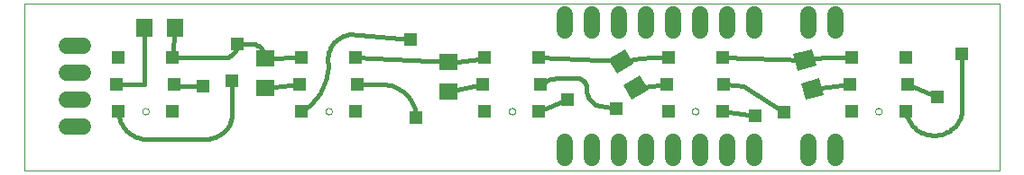
<source format=gbl>
G75*
%MOIN*%
%OFA0B0*%
%FSLAX24Y24*%
%IPPOS*%
%LPD*%
%AMOC8*
5,1,8,0,0,1.08239X$1,22.5*
%
%ADD10C,0.0000*%
%ADD11R,0.0515X0.0515*%
%ADD12C,0.0600*%
%ADD13R,0.0630X0.0710*%
%ADD14R,0.0710X0.0630*%
%ADD15R,0.0472X0.0472*%
%ADD16C,0.0160*%
D10*
X000100Y000123D02*
X000100Y006331D01*
X036124Y006331D01*
X036124Y000123D01*
X000100Y000123D01*
X004451Y002335D02*
X004453Y002356D01*
X004459Y002376D01*
X004468Y002396D01*
X004480Y002413D01*
X004495Y002427D01*
X004513Y002439D01*
X004533Y002447D01*
X004553Y002452D01*
X004574Y002453D01*
X004595Y002450D01*
X004615Y002444D01*
X004634Y002433D01*
X004651Y002420D01*
X004664Y002404D01*
X004675Y002386D01*
X004683Y002366D01*
X004687Y002346D01*
X004687Y002324D01*
X004683Y002304D01*
X004675Y002284D01*
X004664Y002266D01*
X004651Y002250D01*
X004634Y002237D01*
X004615Y002226D01*
X004595Y002220D01*
X004574Y002217D01*
X004553Y002218D01*
X004533Y002223D01*
X004513Y002231D01*
X004495Y002243D01*
X004480Y002257D01*
X004468Y002274D01*
X004459Y002294D01*
X004453Y002314D01*
X004451Y002335D01*
X011222Y002335D02*
X011224Y002356D01*
X011230Y002376D01*
X011239Y002396D01*
X011251Y002413D01*
X011266Y002427D01*
X011284Y002439D01*
X011304Y002447D01*
X011324Y002452D01*
X011345Y002453D01*
X011366Y002450D01*
X011386Y002444D01*
X011405Y002433D01*
X011422Y002420D01*
X011435Y002404D01*
X011446Y002386D01*
X011454Y002366D01*
X011458Y002346D01*
X011458Y002324D01*
X011454Y002304D01*
X011446Y002284D01*
X011435Y002266D01*
X011422Y002250D01*
X011405Y002237D01*
X011386Y002226D01*
X011366Y002220D01*
X011345Y002217D01*
X011324Y002218D01*
X011304Y002223D01*
X011284Y002231D01*
X011266Y002243D01*
X011251Y002257D01*
X011239Y002274D01*
X011230Y002294D01*
X011224Y002314D01*
X011222Y002335D01*
X017994Y002335D02*
X017996Y002356D01*
X018002Y002376D01*
X018011Y002396D01*
X018023Y002413D01*
X018038Y002427D01*
X018056Y002439D01*
X018076Y002447D01*
X018096Y002452D01*
X018117Y002453D01*
X018138Y002450D01*
X018158Y002444D01*
X018177Y002433D01*
X018194Y002420D01*
X018207Y002404D01*
X018218Y002386D01*
X018226Y002366D01*
X018230Y002346D01*
X018230Y002324D01*
X018226Y002304D01*
X018218Y002284D01*
X018207Y002266D01*
X018194Y002250D01*
X018177Y002237D01*
X018158Y002226D01*
X018138Y002220D01*
X018117Y002217D01*
X018096Y002218D01*
X018076Y002223D01*
X018056Y002231D01*
X018038Y002243D01*
X018023Y002257D01*
X018011Y002274D01*
X018002Y002294D01*
X017996Y002314D01*
X017994Y002335D01*
X024765Y002335D02*
X024767Y002356D01*
X024773Y002376D01*
X024782Y002396D01*
X024794Y002413D01*
X024809Y002427D01*
X024827Y002439D01*
X024847Y002447D01*
X024867Y002452D01*
X024888Y002453D01*
X024909Y002450D01*
X024929Y002444D01*
X024948Y002433D01*
X024965Y002420D01*
X024978Y002404D01*
X024989Y002386D01*
X024997Y002366D01*
X025001Y002346D01*
X025001Y002324D01*
X024997Y002304D01*
X024989Y002284D01*
X024978Y002266D01*
X024965Y002250D01*
X024948Y002237D01*
X024929Y002226D01*
X024909Y002220D01*
X024888Y002217D01*
X024867Y002218D01*
X024847Y002223D01*
X024827Y002231D01*
X024809Y002243D01*
X024794Y002257D01*
X024782Y002274D01*
X024773Y002294D01*
X024767Y002314D01*
X024765Y002335D01*
X031537Y002335D02*
X031539Y002356D01*
X031545Y002376D01*
X031554Y002396D01*
X031566Y002413D01*
X031581Y002427D01*
X031599Y002439D01*
X031619Y002447D01*
X031639Y002452D01*
X031660Y002453D01*
X031681Y002450D01*
X031701Y002444D01*
X031720Y002433D01*
X031737Y002420D01*
X031750Y002404D01*
X031761Y002386D01*
X031769Y002366D01*
X031773Y002346D01*
X031773Y002324D01*
X031769Y002304D01*
X031761Y002284D01*
X031750Y002266D01*
X031737Y002250D01*
X031720Y002237D01*
X031701Y002226D01*
X031681Y002220D01*
X031660Y002217D01*
X031639Y002218D01*
X031619Y002223D01*
X031599Y002231D01*
X031581Y002243D01*
X031566Y002257D01*
X031554Y002274D01*
X031545Y002294D01*
X031539Y002314D01*
X031537Y002335D01*
D11*
X030655Y002335D03*
X032655Y002335D03*
X032718Y003335D03*
X030592Y003335D03*
X025946Y003335D03*
X023820Y003335D03*
X019175Y003335D03*
X017049Y003335D03*
X012403Y003335D03*
X010277Y003335D03*
X005631Y003335D03*
X003506Y003335D03*
X003569Y004335D03*
X005569Y004335D03*
X010340Y004335D03*
X012340Y004335D03*
X017112Y004335D03*
X019112Y004335D03*
X023883Y004335D03*
X025883Y004335D03*
X030655Y004335D03*
X032655Y004335D03*
X025883Y002335D03*
X023883Y002335D03*
X019112Y002335D03*
X017112Y002335D03*
X012340Y002335D03*
X010340Y002335D03*
X005569Y002335D03*
X003569Y002335D03*
D12*
X002270Y002772D02*
X001670Y002772D01*
X001670Y001772D02*
X002270Y001772D01*
X002270Y003772D02*
X001670Y003772D01*
X001670Y004772D02*
X002270Y004772D01*
X020074Y005323D02*
X020074Y005923D01*
X021074Y005923D02*
X021074Y005323D01*
X022074Y005323D02*
X022074Y005923D01*
X023074Y005923D02*
X023074Y005323D01*
X024074Y005323D02*
X024074Y005923D01*
X025074Y005923D02*
X025074Y005323D01*
X026074Y005323D02*
X026074Y005923D01*
X027074Y005923D02*
X027074Y005323D01*
X029074Y005323D02*
X029074Y005923D01*
X030074Y005923D02*
X030074Y005323D01*
X030074Y001210D02*
X030074Y000610D01*
X029074Y000610D02*
X029074Y001210D01*
X027074Y001210D02*
X027074Y000610D01*
X026074Y000610D02*
X026074Y001210D01*
X025074Y001210D02*
X025074Y000610D01*
X024074Y000610D02*
X024074Y001210D01*
X023074Y001210D02*
X023074Y000610D01*
X022074Y000610D02*
X022074Y001210D01*
X021074Y001210D02*
X021074Y000610D01*
X020074Y000610D02*
X020074Y001210D01*
D13*
G36*
X028957Y002761D02*
X028794Y003369D01*
X029479Y003553D01*
X029642Y002945D01*
X028957Y002761D01*
G37*
G36*
X022546Y002765D02*
X022231Y003310D01*
X022844Y003665D01*
X023159Y003120D01*
X022546Y002765D01*
G37*
G36*
X021987Y003735D02*
X021672Y004280D01*
X022285Y004635D01*
X022600Y004090D01*
X021987Y003735D01*
G37*
G36*
X028668Y003843D02*
X028505Y004451D01*
X029190Y004635D01*
X029353Y004027D01*
X028668Y003843D01*
G37*
X005665Y005421D03*
X004546Y005421D03*
D14*
X008995Y004308D03*
X008995Y003189D03*
X015761Y003051D03*
X015761Y004171D03*
D15*
X014372Y004995D03*
X007974Y004847D03*
X007777Y003469D03*
X006694Y003272D03*
X014569Y002091D03*
X020165Y002782D03*
X021964Y002447D03*
X027092Y002167D03*
X028151Y002288D03*
X033849Y002851D03*
X034746Y004453D03*
D16*
X034746Y002288D01*
X034731Y002225D01*
X034712Y002164D01*
X034690Y002104D01*
X034664Y002045D01*
X034634Y001988D01*
X034602Y001933D01*
X034565Y001880D01*
X034526Y001829D01*
X034484Y001781D01*
X034439Y001735D01*
X034391Y001692D01*
X034341Y001652D01*
X034288Y001615D01*
X034234Y001582D01*
X034177Y001552D01*
X034119Y001525D01*
X034059Y001502D01*
X033998Y001482D01*
X033936Y001466D01*
X033873Y001454D01*
X033809Y001446D01*
X033745Y001442D01*
X033681Y001441D01*
X033617Y001445D01*
X033553Y001452D01*
X033490Y001463D01*
X033428Y001478D01*
X033366Y001496D01*
X033306Y001519D01*
X033247Y001545D01*
X033190Y001574D01*
X033135Y001607D01*
X033082Y001643D01*
X033031Y001682D01*
X032983Y001724D01*
X032937Y001769D01*
X032894Y001817D01*
X032854Y001867D01*
X032817Y001919D01*
X032784Y001974D01*
X032753Y002030D01*
X032726Y002089D01*
X032703Y002149D01*
X032684Y002210D01*
X032668Y002272D01*
X032656Y002335D01*
X032718Y003335D02*
X033849Y002851D01*
X030592Y003335D02*
X029218Y003157D01*
X028151Y002288D02*
X026675Y003272D01*
X026021Y003335D01*
X025946Y003335D01*
X023820Y003335D02*
X022695Y003215D01*
X021212Y002583D02*
X021170Y002606D01*
X021129Y002632D01*
X021091Y002661D01*
X021055Y002694D01*
X021022Y002728D01*
X020991Y002766D01*
X020964Y002805D01*
X020939Y002847D01*
X020918Y002890D01*
X020900Y002935D01*
X020885Y002980D01*
X020874Y003027D01*
X020867Y003075D01*
X020868Y003076D02*
X020875Y003112D01*
X020879Y003150D01*
X020880Y003187D01*
X020877Y003224D01*
X020870Y003261D01*
X020861Y003298D01*
X020848Y003333D01*
X020831Y003367D01*
X020812Y003399D01*
X020790Y003429D01*
X020765Y003457D01*
X020738Y003483D01*
X020708Y003506D01*
X020677Y003526D01*
X020643Y003543D01*
X020608Y003557D01*
X020572Y003568D01*
X020572Y003567D02*
X019883Y003567D01*
X017049Y003335D02*
X015761Y003051D01*
X013313Y003335D02*
X012403Y003335D01*
X010277Y003335D02*
X008995Y003189D01*
X007777Y003469D02*
X007777Y002288D01*
X007775Y002226D01*
X007769Y002165D01*
X007760Y002104D01*
X007746Y002043D01*
X007729Y001984D01*
X007708Y001926D01*
X007683Y001869D01*
X007655Y001814D01*
X007624Y001761D01*
X007589Y001710D01*
X007551Y001661D01*
X007510Y001614D01*
X007467Y001571D01*
X007420Y001530D01*
X007371Y001492D01*
X007320Y001457D01*
X007267Y001426D01*
X007212Y001398D01*
X007155Y001373D01*
X007097Y001352D01*
X007038Y001335D01*
X006977Y001321D01*
X006916Y001312D01*
X006855Y001306D01*
X006793Y001304D01*
X004600Y001304D01*
X004538Y001306D01*
X004476Y001312D01*
X004414Y001321D01*
X004353Y001334D01*
X004293Y001351D01*
X004234Y001371D01*
X004177Y001395D01*
X004121Y001422D01*
X004067Y001453D01*
X004014Y001487D01*
X003964Y001523D01*
X003916Y001563D01*
X003871Y001606D01*
X003828Y001651D01*
X003788Y001699D01*
X003752Y001749D01*
X003718Y001802D01*
X003687Y001856D01*
X003660Y001912D01*
X003636Y001969D01*
X003616Y002028D01*
X003599Y002088D01*
X003586Y002149D01*
X003577Y002211D01*
X003571Y002273D01*
X003569Y002335D01*
X005694Y003272D02*
X006694Y003272D01*
X005694Y003272D02*
X005680Y003274D01*
X005667Y003278D01*
X005655Y003286D01*
X005645Y003296D01*
X005637Y003308D01*
X005633Y003321D01*
X005631Y003335D01*
X004546Y003335D02*
X004546Y005421D01*
X005665Y005421D02*
X005569Y004335D01*
X005568Y004335D02*
X005569Y004330D01*
X005572Y004326D01*
X005576Y004323D01*
X005581Y004322D01*
X007449Y004322D01*
X008456Y004847D02*
X008501Y004845D01*
X008545Y004840D01*
X008588Y004831D01*
X008631Y004818D01*
X008673Y004802D01*
X008713Y004782D01*
X008751Y004759D01*
X008787Y004733D01*
X008821Y004705D01*
X008853Y004673D01*
X008881Y004639D01*
X008907Y004603D01*
X008930Y004565D01*
X008950Y004525D01*
X008966Y004483D01*
X008979Y004440D01*
X008988Y004397D01*
X008993Y004353D01*
X008995Y004308D01*
X010340Y004335D01*
X011321Y004110D02*
X011320Y004022D01*
X011316Y003933D01*
X011308Y003845D01*
X011296Y003757D01*
X011281Y003670D01*
X011261Y003584D01*
X011238Y003499D01*
X011211Y003414D01*
X011181Y003331D01*
X011147Y003250D01*
X011109Y003170D01*
X011068Y003091D01*
X011024Y003015D01*
X010976Y002940D01*
X010925Y002868D01*
X010871Y002798D01*
X010814Y002730D01*
X010754Y002665D01*
X010691Y002603D01*
X010626Y002543D01*
X010558Y002486D01*
X010488Y002433D01*
X010415Y002382D01*
X010340Y002335D01*
X013313Y003335D02*
X013383Y003333D01*
X013453Y003327D01*
X013522Y003317D01*
X013591Y003304D01*
X013659Y003286D01*
X013725Y003265D01*
X013791Y003241D01*
X013855Y003212D01*
X013917Y003180D01*
X013978Y003145D01*
X014036Y003106D01*
X014092Y003064D01*
X014146Y003019D01*
X014197Y002971D01*
X014245Y002921D01*
X014291Y002867D01*
X014333Y002812D01*
X014372Y002754D01*
X014408Y002694D01*
X014441Y002632D01*
X014470Y002568D01*
X014495Y002503D01*
X014517Y002436D01*
X014535Y002368D01*
X014549Y002300D01*
X014560Y002231D01*
X014566Y002161D01*
X014569Y002091D01*
X019112Y002335D02*
X020165Y002782D01*
X021212Y002583D02*
X021964Y002447D01*
X019883Y003567D02*
X019814Y003565D01*
X019745Y003559D01*
X019677Y003549D01*
X019610Y003535D01*
X019543Y003518D01*
X019478Y003496D01*
X019413Y003471D01*
X019351Y003442D01*
X019290Y003410D01*
X019231Y003374D01*
X019174Y003335D01*
X015761Y004171D02*
X012340Y004335D01*
X012107Y005193D02*
X012049Y005182D01*
X011991Y005168D01*
X011935Y005149D01*
X011879Y005127D01*
X011825Y005102D01*
X011773Y005073D01*
X011723Y005041D01*
X011675Y005007D01*
X011629Y004969D01*
X011586Y004928D01*
X011545Y004885D01*
X011507Y004839D01*
X011472Y004791D01*
X011440Y004740D01*
X011411Y004688D01*
X011386Y004635D01*
X011364Y004579D01*
X011346Y004523D01*
X011331Y004465D01*
X011320Y004407D01*
X011312Y004348D01*
X011308Y004288D01*
X011308Y004229D01*
X011312Y004169D01*
X011320Y004110D01*
X008456Y004847D02*
X007974Y004847D01*
X007972Y004804D01*
X007967Y004761D01*
X007958Y004718D01*
X007946Y004677D01*
X007930Y004636D01*
X007911Y004597D01*
X007889Y004560D01*
X007863Y004525D01*
X007835Y004491D01*
X007805Y004461D01*
X007771Y004433D01*
X007736Y004407D01*
X007699Y004385D01*
X007660Y004366D01*
X007619Y004350D01*
X007578Y004338D01*
X007535Y004329D01*
X007492Y004324D01*
X007449Y004322D01*
X012108Y005193D02*
X014372Y004995D01*
X019112Y004335D02*
X022136Y004185D01*
X025883Y004335D02*
X028929Y004239D01*
X027092Y002167D02*
X025883Y002335D01*
X023884Y004335D02*
X023708Y004338D01*
X023532Y004337D01*
X023356Y004331D01*
X023181Y004322D01*
X023005Y004309D01*
X022830Y004292D01*
X022656Y004271D01*
X022482Y004246D01*
X022308Y004217D01*
X022136Y004185D01*
X017112Y004335D02*
X016979Y004302D01*
X016846Y004272D01*
X016712Y004246D01*
X016577Y004224D01*
X016442Y004206D01*
X016306Y004191D01*
X016170Y004180D01*
X016034Y004173D01*
X015897Y004170D01*
X015761Y004171D01*
X004546Y003335D02*
X003506Y003335D01*
X028929Y004238D02*
X029100Y004265D01*
X029272Y004288D01*
X029444Y004308D01*
X029616Y004323D01*
X029789Y004335D01*
X029962Y004343D01*
X030136Y004347D01*
X030309Y004346D01*
X030482Y004343D01*
X030655Y004335D01*
M02*

</source>
